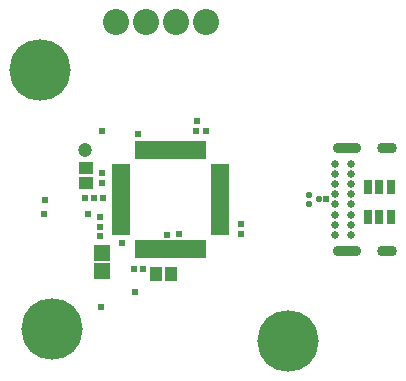
<source format=gbs>
G04*
G04 #@! TF.GenerationSoftware,Altium Limited,Altium Designer,24.5.2 (23)*
G04*
G04 Layer_Color=16711935*
%FSLAX44Y44*%
%MOMM*%
G71*
G04*
G04 #@! TF.SameCoordinates,BBD7BA97-53B7-428A-B693-6A0B443125F4*
G04*
G04*
G04 #@! TF.FilePolarity,Negative*
G04*
G01*
G75*
%ADD16R,0.5200X0.5200*%
%ADD26R,0.5200X0.5200*%
G04:AMPARAMS|DCode=37|XSize=0.9mm|YSize=1.7mm|CornerRadius=0.45mm|HoleSize=0mm|Usage=FLASHONLY|Rotation=90.000|XOffset=0mm|YOffset=0mm|HoleType=Round|Shape=RoundedRectangle|*
%AMROUNDEDRECTD37*
21,1,0.9000,0.8000,0,0,90.0*
21,1,0.0000,1.7000,0,0,90.0*
1,1,0.9000,0.4000,0.0000*
1,1,0.9000,0.4000,0.0000*
1,1,0.9000,-0.4000,0.0000*
1,1,0.9000,-0.4000,0.0000*
%
%ADD37ROUNDEDRECTD37*%
G04:AMPARAMS|DCode=38|XSize=0.9mm|YSize=2.4mm|CornerRadius=0.45mm|HoleSize=0mm|Usage=FLASHONLY|Rotation=90.000|XOffset=0mm|YOffset=0mm|HoleType=Round|Shape=RoundedRectangle|*
%AMROUNDEDRECTD38*
21,1,0.9000,1.5000,0,0,90.0*
21,1,0.0000,2.4000,0,0,90.0*
1,1,0.9000,0.7500,0.0000*
1,1,0.9000,0.7500,0.0000*
1,1,0.9000,-0.7500,0.0000*
1,1,0.9000,-0.7500,0.0000*
%
%ADD38ROUNDEDRECTD38*%
%ADD39C,0.6500*%
%ADD40C,2.2032*%
%ADD41C,0.6032*%
%ADD42C,1.2032*%
%ADD43C,5.2032*%
%ADD57R,1.4562X1.3781*%
%ADD63R,1.1532X1.0032*%
%ADD64R,0.8032X1.3032*%
G04:AMPARAMS|DCode=65|XSize=0.5032mm|YSize=0.5032mm|CornerRadius=0.1511mm|HoleSize=0mm|Usage=FLASHONLY|Rotation=90.000|XOffset=0mm|YOffset=0mm|HoleType=Round|Shape=RoundedRectangle|*
%AMROUNDEDRECTD65*
21,1,0.5032,0.2010,0,0,90.0*
21,1,0.2010,0.5032,0,0,90.0*
1,1,0.3022,0.1005,0.1005*
1,1,0.3022,0.1005,-0.1005*
1,1,0.3022,-0.1005,-0.1005*
1,1,0.3022,-0.1005,0.1005*
%
%ADD65ROUNDEDRECTD65*%
%ADD66R,1.0032X1.1532*%
%ADD67R,1.6032X0.5032*%
%ADD68R,0.5032X1.6032*%
D16*
X969000Y941000D02*
D03*
X977000D02*
D03*
X1030000Y1058000D02*
D03*
X1022000D02*
D03*
X943250Y1001500D02*
D03*
X935250D02*
D03*
D26*
X940750Y977000D02*
D03*
Y969000D02*
D03*
X942000Y1014000D02*
D03*
Y1022000D02*
D03*
X1060000Y971000D02*
D03*
Y979000D02*
D03*
D37*
X1183350Y956750D02*
D03*
Y1043250D02*
D03*
D38*
X1149550Y956750D02*
D03*
Y1043250D02*
D03*
D39*
X1139750Y970250D02*
D03*
Y978750D02*
D03*
Y987250D02*
D03*
Y995750D02*
D03*
Y1004250D02*
D03*
Y1012750D02*
D03*
Y1021250D02*
D03*
Y1029750D02*
D03*
X1153250D02*
D03*
Y1021250D02*
D03*
Y1012750D02*
D03*
Y1004250D02*
D03*
Y995750D02*
D03*
Y987250D02*
D03*
Y978750D02*
D03*
Y970250D02*
D03*
D40*
X1030400Y1150000D02*
D03*
X1005000D02*
D03*
X954200Y1150000D02*
D03*
X979600Y1150000D02*
D03*
D41*
X894250Y999500D02*
D03*
X893000Y987500D02*
D03*
X930250Y987500D02*
D03*
X940750Y985000D02*
D03*
X970500Y921500D02*
D03*
X959000Y963000D02*
D03*
X1007000Y971000D02*
D03*
X997000Y970000D02*
D03*
X1022350Y1066350D02*
D03*
X941000Y909000D02*
D03*
X942000Y1058000D02*
D03*
X928000Y1001000D02*
D03*
X973000Y1055250D02*
D03*
X1132000Y1000000D02*
D03*
D42*
X928000Y1042000D02*
D03*
D43*
X900000Y890000D02*
D03*
X890000Y1110000D02*
D03*
X1100000Y880000D02*
D03*
D57*
X941750Y954500D02*
D03*
Y939219D02*
D03*
D63*
X928750Y1027000D02*
D03*
Y1014000D02*
D03*
D64*
X1186500Y985500D02*
D03*
X1177000D02*
D03*
X1167500D02*
D03*
Y1010500D02*
D03*
X1186500D02*
D03*
X1177000D02*
D03*
D65*
X1117750Y996500D02*
D03*
X1126250Y1000000D02*
D03*
X1117750Y1003500D02*
D03*
D66*
X987500Y937250D02*
D03*
X1000500D02*
D03*
D67*
X958000Y972500D02*
D03*
Y977500D02*
D03*
Y982500D02*
D03*
Y987500D02*
D03*
Y992500D02*
D03*
Y997500D02*
D03*
Y1002500D02*
D03*
Y1007500D02*
D03*
Y1012500D02*
D03*
Y1017500D02*
D03*
Y1022500D02*
D03*
Y1027500D02*
D03*
X1042000D02*
D03*
Y1022500D02*
D03*
Y1017500D02*
D03*
Y1012500D02*
D03*
Y1007500D02*
D03*
Y1002500D02*
D03*
Y997500D02*
D03*
Y992500D02*
D03*
Y987500D02*
D03*
Y982500D02*
D03*
Y977500D02*
D03*
Y972500D02*
D03*
D68*
X972500Y1042000D02*
D03*
X977500D02*
D03*
X982500D02*
D03*
X987500D02*
D03*
X992500D02*
D03*
X997500D02*
D03*
X1002500D02*
D03*
X1007500D02*
D03*
X1012500D02*
D03*
X1017500D02*
D03*
X1022500D02*
D03*
X1027500D02*
D03*
Y958000D02*
D03*
X1022500D02*
D03*
X1017500D02*
D03*
X1012500D02*
D03*
X1007500D02*
D03*
X1002500D02*
D03*
X997500D02*
D03*
X992500D02*
D03*
X987500D02*
D03*
X982500D02*
D03*
X977500D02*
D03*
X972500D02*
D03*
M02*

</source>
